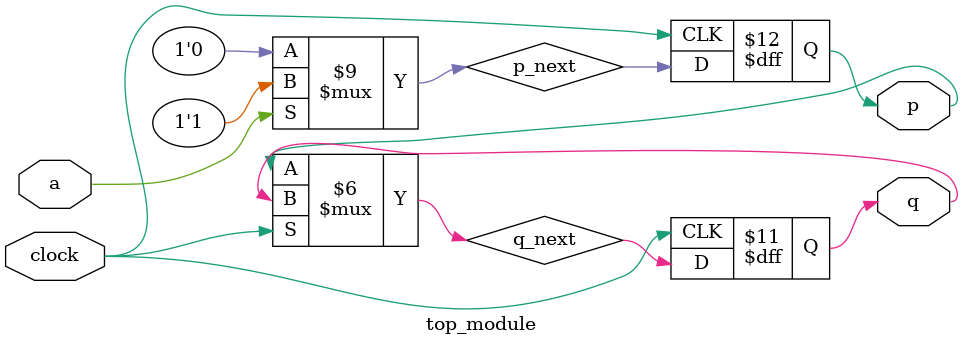
<source format=sv>
module top_module (
    input clock,
    input a, 
    output reg p,
    output reg q
);

    reg p_next, q_next;

    always @(posedge clock) begin
        p <= p_next;
    end

    always @(negedge clock) begin
        q <= q_next;
    end

    always @(*) begin
        p_next = p;
        q_next = q;

        if (a) begin
            p_next = 1;
        end else begin
            p_next = 0;
        end

        if (!clock) begin
            q_next = p;
        end
    end

endmodule

</source>
